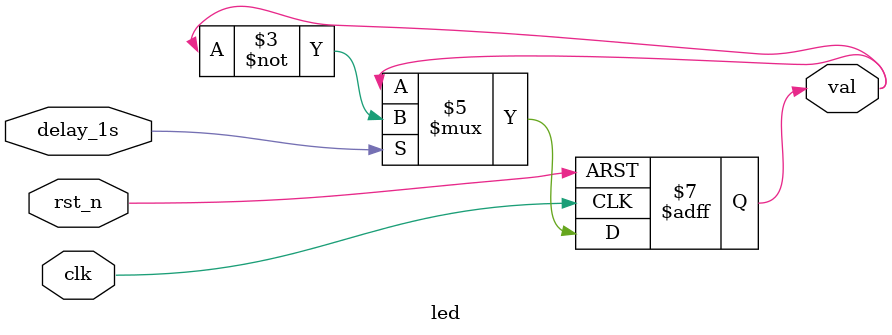
<source format=v>
module led (
    input clk,
    input rst_n,
    input delay_1s,

    output reg val
);

    always @(posedge clk or negedge rst_n) begin
        if(!rst_n) begin
            val <= 1'b1;
        end
        else if(delay_1s) begin
            val <= ~val;
        end
        else begin
            val <= val;
        end
    end
endmodule
</source>
